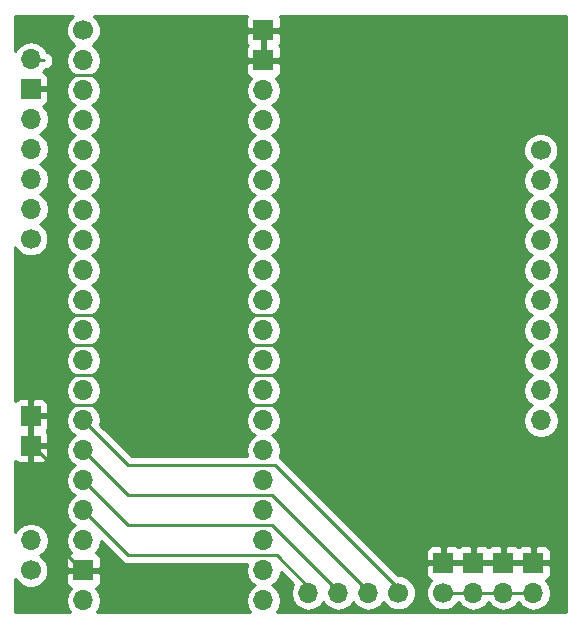
<source format=gbl>
G04 #@! TF.FileFunction,Copper,L2,Bot,Signal*
%FSLAX46Y46*%
G04 Gerber Fmt 4.6, Leading zero omitted, Abs format (unit mm)*
G04 Created by KiCad (PCBNEW 4.0.7) date 12/25/17 13:45:12*
%MOMM*%
%LPD*%
G01*
G04 APERTURE LIST*
%ADD10C,0.100000*%
%ADD11C,1.700000*%
%ADD12R,1.700000X1.700000*%
%ADD13O,1.700000X1.700000*%
%ADD14C,0.600000*%
%ADD15C,0.250000*%
%ADD16C,0.254000*%
G04 APERTURE END LIST*
D10*
D11*
X148590000Y-151765000D03*
D12*
X148590000Y-149225000D03*
D13*
X151130000Y-151765000D03*
D12*
X151130000Y-149225000D03*
D13*
X153670000Y-151765000D03*
D12*
X153670000Y-149225000D03*
D13*
X156210000Y-151765000D03*
D12*
X156210000Y-149225000D03*
D11*
X156845000Y-114300000D03*
D13*
X156845000Y-116840000D03*
X156845000Y-119380000D03*
X156845000Y-121920000D03*
X156845000Y-124460000D03*
X156845000Y-127000000D03*
X156845000Y-129540000D03*
X156845000Y-132080000D03*
X156845000Y-134620000D03*
X156845000Y-137160000D03*
X118110000Y-152400000D03*
D12*
X118110000Y-149860000D03*
D13*
X118110000Y-147320000D03*
X118110000Y-144780000D03*
X118110000Y-142240000D03*
X118110000Y-139700000D03*
X118110000Y-137160000D03*
X118110000Y-134620000D03*
X118110000Y-132080000D03*
X118110000Y-129540000D03*
X118110000Y-127000000D03*
X118110000Y-124460000D03*
X118110000Y-121920000D03*
X118110000Y-119380000D03*
X118110000Y-116840000D03*
X118110000Y-114300000D03*
X118110000Y-111760000D03*
X118110000Y-109220000D03*
X118110000Y-106680000D03*
D11*
X118110000Y-104140000D03*
D12*
X133350000Y-104140000D03*
X133350000Y-106680000D03*
D13*
X133350000Y-109220000D03*
X133350000Y-111760000D03*
X133350000Y-114300000D03*
X133350000Y-116840000D03*
X133350000Y-119380000D03*
X133350000Y-121920000D03*
X133350000Y-124460000D03*
X133350000Y-127000000D03*
X133350000Y-129540000D03*
X133350000Y-132080000D03*
X133350000Y-134620000D03*
X133350000Y-137160000D03*
X133350000Y-139700000D03*
X133350000Y-142240000D03*
X133350000Y-144780000D03*
X133350000Y-147320000D03*
X133350000Y-149860000D03*
X133350000Y-152400000D03*
D11*
X113665000Y-121793000D03*
D13*
X113665000Y-119253000D03*
X113665000Y-116713000D03*
X113665000Y-114173000D03*
X113665000Y-111633000D03*
D12*
X113665000Y-109093000D03*
D13*
X113665000Y-106553000D03*
D12*
X113665000Y-139319000D03*
X113665000Y-136779000D03*
D11*
X113665000Y-149860000D03*
D13*
X113665000Y-147320000D03*
D11*
X144780000Y-151765000D03*
D13*
X142240000Y-151765000D03*
X139700000Y-151765000D03*
X137160000Y-151765000D03*
D14*
X145415000Y-111760000D03*
X145415000Y-115570000D03*
X145415000Y-119380000D03*
X145415000Y-123190000D03*
X145415000Y-127000000D03*
X145415000Y-130810000D03*
X145415000Y-134620000D03*
X145415000Y-138430000D03*
X145415000Y-142240000D03*
X145415000Y-146050000D03*
D15*
X116586000Y-130810000D02*
X116586000Y-128397000D01*
X116459000Y-133985000D02*
X117094000Y-133350000D01*
X117094000Y-133350000D02*
X135128000Y-133350000D01*
X135128000Y-133350000D02*
X135001000Y-133223000D01*
X135001000Y-133223000D02*
X135001000Y-130810000D01*
X135001000Y-130810000D02*
X116586000Y-130810000D01*
X116459000Y-136017000D02*
X116459000Y-133985000D01*
X116713000Y-128270000D02*
X135001000Y-128270000D01*
X116586000Y-128397000D02*
X116713000Y-128270000D01*
X113665000Y-136779000D02*
X115697000Y-136779000D01*
X145288000Y-135890000D02*
X145415000Y-135763000D01*
X116586000Y-135890000D02*
X145288000Y-135890000D01*
X115697000Y-136779000D02*
X116459000Y-136017000D01*
X116459000Y-136017000D02*
X116586000Y-135890000D01*
X133350000Y-104140000D02*
X129667000Y-104140000D01*
X115570000Y-109093000D02*
X113665000Y-109093000D01*
X116713000Y-107950000D02*
X115570000Y-109093000D01*
X125857000Y-107950000D02*
X116713000Y-107950000D01*
X129667000Y-104140000D02*
X125857000Y-107950000D01*
X115951000Y-141478000D02*
X115951000Y-147447000D01*
X113665000Y-139192000D02*
X115951000Y-141478000D01*
X117983000Y-149860000D02*
X115951000Y-147828000D01*
X115951000Y-147447000D02*
X115951000Y-147701000D01*
X115951000Y-147828000D02*
X115951000Y-147447000D01*
X118110000Y-149860000D02*
X117983000Y-149860000D01*
X113665000Y-136652000D02*
X113665000Y-139192000D01*
X133350000Y-106680000D02*
X133350000Y-105410000D01*
X133350000Y-105410000D02*
X133350000Y-104140000D01*
X145415000Y-111760000D02*
X145415000Y-111125000D01*
X140970000Y-106680000D02*
X133350000Y-106680000D01*
X145415000Y-111125000D02*
X140970000Y-106680000D01*
X145415000Y-115570000D02*
X145415000Y-111760000D01*
X145415000Y-119380000D02*
X145415000Y-115570000D01*
X145415000Y-123190000D02*
X145415000Y-119380000D01*
X145415000Y-127000000D02*
X145415000Y-123190000D01*
X145415000Y-130810000D02*
X145415000Y-127000000D01*
X145415000Y-134620000D02*
X145415000Y-130810000D01*
X145415000Y-138430000D02*
X145415000Y-135763000D01*
X145415000Y-135763000D02*
X145415000Y-134620000D01*
X145415000Y-142240000D02*
X145415000Y-138430000D01*
X145415000Y-146050000D02*
X145415000Y-142240000D01*
X156210000Y-151765000D02*
X153670000Y-151765000D01*
X153670000Y-151765000D02*
X148590000Y-151765000D01*
X113665000Y-106680000D02*
X114808000Y-106680000D01*
X137160000Y-151765000D02*
X137160000Y-151257000D01*
X137160000Y-151257000D02*
X134493000Y-148590000D01*
X134493000Y-148590000D02*
X121920000Y-148590000D01*
X121920000Y-148590000D02*
X118110000Y-144780000D01*
X139700000Y-151765000D02*
X139700000Y-151638000D01*
X139700000Y-151638000D02*
X134112000Y-146050000D01*
X121920000Y-146050000D02*
X118110000Y-142240000D01*
X134112000Y-146050000D02*
X121920000Y-146050000D01*
X139700000Y-151765000D02*
X139319000Y-151765000D01*
X142240000Y-151765000D02*
X142240000Y-151638000D01*
X142240000Y-151638000D02*
X134112000Y-143510000D01*
X134112000Y-143510000D02*
X121920000Y-143510000D01*
X121920000Y-143510000D02*
X118110000Y-139700000D01*
X144780000Y-151765000D02*
X144780000Y-151384000D01*
X144780000Y-151384000D02*
X134366000Y-140970000D01*
X134366000Y-140970000D02*
X121920000Y-140970000D01*
X121920000Y-140970000D02*
X118110000Y-137160000D01*
D16*
G36*
X116851812Y-103297717D02*
X116625258Y-103843319D01*
X116624743Y-104434089D01*
X116850344Y-104980086D01*
X117267717Y-105398188D01*
X117335550Y-105426355D01*
X117030853Y-105629946D01*
X116708946Y-106111715D01*
X116595907Y-106680000D01*
X116708946Y-107248285D01*
X117030853Y-107730054D01*
X117360026Y-107950000D01*
X117030853Y-108169946D01*
X116708946Y-108651715D01*
X116595907Y-109220000D01*
X116708946Y-109788285D01*
X117030853Y-110270054D01*
X117360026Y-110490000D01*
X117030853Y-110709946D01*
X116708946Y-111191715D01*
X116595907Y-111760000D01*
X116708946Y-112328285D01*
X117030853Y-112810054D01*
X117360026Y-113030000D01*
X117030853Y-113249946D01*
X116708946Y-113731715D01*
X116595907Y-114300000D01*
X116708946Y-114868285D01*
X117030853Y-115350054D01*
X117360026Y-115570000D01*
X117030853Y-115789946D01*
X116708946Y-116271715D01*
X116595907Y-116840000D01*
X116708946Y-117408285D01*
X117030853Y-117890054D01*
X117360026Y-118110000D01*
X117030853Y-118329946D01*
X116708946Y-118811715D01*
X116595907Y-119380000D01*
X116708946Y-119948285D01*
X117030853Y-120430054D01*
X117360026Y-120650000D01*
X117030853Y-120869946D01*
X116708946Y-121351715D01*
X116595907Y-121920000D01*
X116708946Y-122488285D01*
X117030853Y-122970054D01*
X117360026Y-123190000D01*
X117030853Y-123409946D01*
X116708946Y-123891715D01*
X116595907Y-124460000D01*
X116708946Y-125028285D01*
X117030853Y-125510054D01*
X117360026Y-125730000D01*
X117030853Y-125949946D01*
X116708946Y-126431715D01*
X116595907Y-127000000D01*
X116708946Y-127568285D01*
X117030853Y-128050054D01*
X117360026Y-128270000D01*
X117030853Y-128489946D01*
X116708946Y-128971715D01*
X116595907Y-129540000D01*
X116708946Y-130108285D01*
X117030853Y-130590054D01*
X117360026Y-130810000D01*
X117030853Y-131029946D01*
X116708946Y-131511715D01*
X116595907Y-132080000D01*
X116708946Y-132648285D01*
X117030853Y-133130054D01*
X117360026Y-133350000D01*
X117030853Y-133569946D01*
X116708946Y-134051715D01*
X116595907Y-134620000D01*
X116708946Y-135188285D01*
X117030853Y-135670054D01*
X117360026Y-135890000D01*
X117030853Y-136109946D01*
X116708946Y-136591715D01*
X116595907Y-137160000D01*
X116708946Y-137728285D01*
X117030853Y-138210054D01*
X117360026Y-138430000D01*
X117030853Y-138649946D01*
X116708946Y-139131715D01*
X116595907Y-139700000D01*
X116708946Y-140268285D01*
X117030853Y-140750054D01*
X117360026Y-140970000D01*
X117030853Y-141189946D01*
X116708946Y-141671715D01*
X116595907Y-142240000D01*
X116708946Y-142808285D01*
X117030853Y-143290054D01*
X117360026Y-143510000D01*
X117030853Y-143729946D01*
X116708946Y-144211715D01*
X116595907Y-144780000D01*
X116708946Y-145348285D01*
X117030853Y-145830054D01*
X117360026Y-146050000D01*
X117030853Y-146269946D01*
X116708946Y-146751715D01*
X116595907Y-147320000D01*
X116708946Y-147888285D01*
X117030853Y-148370054D01*
X117074777Y-148399403D01*
X116900302Y-148471673D01*
X116721673Y-148650301D01*
X116625000Y-148883690D01*
X116625000Y-149574250D01*
X116783750Y-149733000D01*
X117983000Y-149733000D01*
X117983000Y-149713000D01*
X118237000Y-149713000D01*
X118237000Y-149733000D01*
X119436250Y-149733000D01*
X119595000Y-149574250D01*
X119595000Y-148883690D01*
X119498327Y-148650301D01*
X119319698Y-148471673D01*
X119145223Y-148399403D01*
X119189147Y-148370054D01*
X119511054Y-147888285D01*
X119615981Y-147360783D01*
X121382599Y-149127401D01*
X121629161Y-149292148D01*
X121920000Y-149350000D01*
X131937352Y-149350000D01*
X131835907Y-149860000D01*
X131948946Y-150428285D01*
X132270853Y-150910054D01*
X132600026Y-151130000D01*
X132270853Y-151349946D01*
X131948946Y-151831715D01*
X131835907Y-152400000D01*
X131948946Y-152968285D01*
X132197986Y-153341000D01*
X119262014Y-153341000D01*
X119511054Y-152968285D01*
X119624093Y-152400000D01*
X119511054Y-151831715D01*
X119189147Y-151349946D01*
X119145223Y-151320597D01*
X119319698Y-151248327D01*
X119498327Y-151069699D01*
X119595000Y-150836310D01*
X119595000Y-150145750D01*
X119436250Y-149987000D01*
X118237000Y-149987000D01*
X118237000Y-150007000D01*
X117983000Y-150007000D01*
X117983000Y-149987000D01*
X116783750Y-149987000D01*
X116625000Y-150145750D01*
X116625000Y-150836310D01*
X116721673Y-151069699D01*
X116900302Y-151248327D01*
X117074777Y-151320597D01*
X117030853Y-151349946D01*
X116708946Y-151831715D01*
X116595907Y-152400000D01*
X116708946Y-152968285D01*
X116957986Y-153341000D01*
X112343000Y-153341000D01*
X112343000Y-150549202D01*
X112405344Y-150700086D01*
X112822717Y-151118188D01*
X113368319Y-151344742D01*
X113959089Y-151345257D01*
X114505086Y-151119656D01*
X114923188Y-150702283D01*
X115149742Y-150156681D01*
X115150257Y-149565911D01*
X114924656Y-149019914D01*
X114507283Y-148601812D01*
X114439450Y-148573645D01*
X114744147Y-148370054D01*
X115066054Y-147888285D01*
X115179093Y-147320000D01*
X115066054Y-146751715D01*
X114744147Y-146269946D01*
X114262378Y-145948039D01*
X113694093Y-145835000D01*
X113635907Y-145835000D01*
X113067622Y-145948039D01*
X112585853Y-146269946D01*
X112343000Y-146633402D01*
X112343000Y-140595026D01*
X112455302Y-140707327D01*
X112688691Y-140804000D01*
X113379250Y-140804000D01*
X113538000Y-140645250D01*
X113538000Y-139446000D01*
X113792000Y-139446000D01*
X113792000Y-140645250D01*
X113950750Y-140804000D01*
X114641309Y-140804000D01*
X114874698Y-140707327D01*
X115053327Y-140528699D01*
X115150000Y-140295310D01*
X115150000Y-139604750D01*
X114991250Y-139446000D01*
X113792000Y-139446000D01*
X113538000Y-139446000D01*
X113518000Y-139446000D01*
X113518000Y-139192000D01*
X113538000Y-139192000D01*
X113538000Y-136906000D01*
X113792000Y-136906000D01*
X113792000Y-139192000D01*
X114991250Y-139192000D01*
X115150000Y-139033250D01*
X115150000Y-138342690D01*
X115053327Y-138109301D01*
X114993026Y-138049000D01*
X115053327Y-137988699D01*
X115150000Y-137755310D01*
X115150000Y-137064750D01*
X114991250Y-136906000D01*
X113792000Y-136906000D01*
X113538000Y-136906000D01*
X113518000Y-136906000D01*
X113518000Y-136652000D01*
X113538000Y-136652000D01*
X113538000Y-135452750D01*
X113792000Y-135452750D01*
X113792000Y-136652000D01*
X114991250Y-136652000D01*
X115150000Y-136493250D01*
X115150000Y-135802690D01*
X115053327Y-135569301D01*
X114874698Y-135390673D01*
X114641309Y-135294000D01*
X113950750Y-135294000D01*
X113792000Y-135452750D01*
X113538000Y-135452750D01*
X113379250Y-135294000D01*
X112688691Y-135294000D01*
X112455302Y-135390673D01*
X112343000Y-135502974D01*
X112343000Y-122482202D01*
X112405344Y-122633086D01*
X112822717Y-123051188D01*
X113368319Y-123277742D01*
X113959089Y-123278257D01*
X114505086Y-123052656D01*
X114923188Y-122635283D01*
X115149742Y-122089681D01*
X115150257Y-121498911D01*
X114924656Y-120952914D01*
X114507283Y-120534812D01*
X114439450Y-120506645D01*
X114744147Y-120303054D01*
X115066054Y-119821285D01*
X115179093Y-119253000D01*
X115066054Y-118684715D01*
X114744147Y-118202946D01*
X114414974Y-117983000D01*
X114744147Y-117763054D01*
X115066054Y-117281285D01*
X115179093Y-116713000D01*
X115066054Y-116144715D01*
X114744147Y-115662946D01*
X114414974Y-115443000D01*
X114744147Y-115223054D01*
X115066054Y-114741285D01*
X115179093Y-114173000D01*
X115066054Y-113604715D01*
X114744147Y-113122946D01*
X114414974Y-112903000D01*
X114744147Y-112683054D01*
X115066054Y-112201285D01*
X115179093Y-111633000D01*
X115066054Y-111064715D01*
X114744147Y-110582946D01*
X114700223Y-110553597D01*
X114874698Y-110481327D01*
X115053327Y-110302699D01*
X115150000Y-110069310D01*
X115150000Y-109378750D01*
X114991250Y-109220000D01*
X113792000Y-109220000D01*
X113792000Y-109240000D01*
X113538000Y-109240000D01*
X113538000Y-109220000D01*
X113518000Y-109220000D01*
X113518000Y-108966000D01*
X113538000Y-108966000D01*
X113538000Y-108946000D01*
X113792000Y-108946000D01*
X113792000Y-108966000D01*
X114991250Y-108966000D01*
X115150000Y-108807250D01*
X115150000Y-108116690D01*
X115053327Y-107883301D01*
X114874698Y-107704673D01*
X114700223Y-107632403D01*
X114744147Y-107603054D01*
X114860008Y-107429655D01*
X115098839Y-107382148D01*
X115345401Y-107217401D01*
X115510148Y-106970839D01*
X115568000Y-106680000D01*
X115510148Y-106389161D01*
X115345401Y-106142599D01*
X115098839Y-105977852D01*
X115055740Y-105969279D01*
X114744147Y-105502946D01*
X114262378Y-105181039D01*
X113694093Y-105068000D01*
X113635907Y-105068000D01*
X113067622Y-105181039D01*
X112585853Y-105502946D01*
X112343000Y-105866402D01*
X112343000Y-102945000D01*
X117205145Y-102945000D01*
X116851812Y-103297717D01*
X116851812Y-103297717D01*
G37*
X116851812Y-103297717D02*
X116625258Y-103843319D01*
X116624743Y-104434089D01*
X116850344Y-104980086D01*
X117267717Y-105398188D01*
X117335550Y-105426355D01*
X117030853Y-105629946D01*
X116708946Y-106111715D01*
X116595907Y-106680000D01*
X116708946Y-107248285D01*
X117030853Y-107730054D01*
X117360026Y-107950000D01*
X117030853Y-108169946D01*
X116708946Y-108651715D01*
X116595907Y-109220000D01*
X116708946Y-109788285D01*
X117030853Y-110270054D01*
X117360026Y-110490000D01*
X117030853Y-110709946D01*
X116708946Y-111191715D01*
X116595907Y-111760000D01*
X116708946Y-112328285D01*
X117030853Y-112810054D01*
X117360026Y-113030000D01*
X117030853Y-113249946D01*
X116708946Y-113731715D01*
X116595907Y-114300000D01*
X116708946Y-114868285D01*
X117030853Y-115350054D01*
X117360026Y-115570000D01*
X117030853Y-115789946D01*
X116708946Y-116271715D01*
X116595907Y-116840000D01*
X116708946Y-117408285D01*
X117030853Y-117890054D01*
X117360026Y-118110000D01*
X117030853Y-118329946D01*
X116708946Y-118811715D01*
X116595907Y-119380000D01*
X116708946Y-119948285D01*
X117030853Y-120430054D01*
X117360026Y-120650000D01*
X117030853Y-120869946D01*
X116708946Y-121351715D01*
X116595907Y-121920000D01*
X116708946Y-122488285D01*
X117030853Y-122970054D01*
X117360026Y-123190000D01*
X117030853Y-123409946D01*
X116708946Y-123891715D01*
X116595907Y-124460000D01*
X116708946Y-125028285D01*
X117030853Y-125510054D01*
X117360026Y-125730000D01*
X117030853Y-125949946D01*
X116708946Y-126431715D01*
X116595907Y-127000000D01*
X116708946Y-127568285D01*
X117030853Y-128050054D01*
X117360026Y-128270000D01*
X117030853Y-128489946D01*
X116708946Y-128971715D01*
X116595907Y-129540000D01*
X116708946Y-130108285D01*
X117030853Y-130590054D01*
X117360026Y-130810000D01*
X117030853Y-131029946D01*
X116708946Y-131511715D01*
X116595907Y-132080000D01*
X116708946Y-132648285D01*
X117030853Y-133130054D01*
X117360026Y-133350000D01*
X117030853Y-133569946D01*
X116708946Y-134051715D01*
X116595907Y-134620000D01*
X116708946Y-135188285D01*
X117030853Y-135670054D01*
X117360026Y-135890000D01*
X117030853Y-136109946D01*
X116708946Y-136591715D01*
X116595907Y-137160000D01*
X116708946Y-137728285D01*
X117030853Y-138210054D01*
X117360026Y-138430000D01*
X117030853Y-138649946D01*
X116708946Y-139131715D01*
X116595907Y-139700000D01*
X116708946Y-140268285D01*
X117030853Y-140750054D01*
X117360026Y-140970000D01*
X117030853Y-141189946D01*
X116708946Y-141671715D01*
X116595907Y-142240000D01*
X116708946Y-142808285D01*
X117030853Y-143290054D01*
X117360026Y-143510000D01*
X117030853Y-143729946D01*
X116708946Y-144211715D01*
X116595907Y-144780000D01*
X116708946Y-145348285D01*
X117030853Y-145830054D01*
X117360026Y-146050000D01*
X117030853Y-146269946D01*
X116708946Y-146751715D01*
X116595907Y-147320000D01*
X116708946Y-147888285D01*
X117030853Y-148370054D01*
X117074777Y-148399403D01*
X116900302Y-148471673D01*
X116721673Y-148650301D01*
X116625000Y-148883690D01*
X116625000Y-149574250D01*
X116783750Y-149733000D01*
X117983000Y-149733000D01*
X117983000Y-149713000D01*
X118237000Y-149713000D01*
X118237000Y-149733000D01*
X119436250Y-149733000D01*
X119595000Y-149574250D01*
X119595000Y-148883690D01*
X119498327Y-148650301D01*
X119319698Y-148471673D01*
X119145223Y-148399403D01*
X119189147Y-148370054D01*
X119511054Y-147888285D01*
X119615981Y-147360783D01*
X121382599Y-149127401D01*
X121629161Y-149292148D01*
X121920000Y-149350000D01*
X131937352Y-149350000D01*
X131835907Y-149860000D01*
X131948946Y-150428285D01*
X132270853Y-150910054D01*
X132600026Y-151130000D01*
X132270853Y-151349946D01*
X131948946Y-151831715D01*
X131835907Y-152400000D01*
X131948946Y-152968285D01*
X132197986Y-153341000D01*
X119262014Y-153341000D01*
X119511054Y-152968285D01*
X119624093Y-152400000D01*
X119511054Y-151831715D01*
X119189147Y-151349946D01*
X119145223Y-151320597D01*
X119319698Y-151248327D01*
X119498327Y-151069699D01*
X119595000Y-150836310D01*
X119595000Y-150145750D01*
X119436250Y-149987000D01*
X118237000Y-149987000D01*
X118237000Y-150007000D01*
X117983000Y-150007000D01*
X117983000Y-149987000D01*
X116783750Y-149987000D01*
X116625000Y-150145750D01*
X116625000Y-150836310D01*
X116721673Y-151069699D01*
X116900302Y-151248327D01*
X117074777Y-151320597D01*
X117030853Y-151349946D01*
X116708946Y-151831715D01*
X116595907Y-152400000D01*
X116708946Y-152968285D01*
X116957986Y-153341000D01*
X112343000Y-153341000D01*
X112343000Y-150549202D01*
X112405344Y-150700086D01*
X112822717Y-151118188D01*
X113368319Y-151344742D01*
X113959089Y-151345257D01*
X114505086Y-151119656D01*
X114923188Y-150702283D01*
X115149742Y-150156681D01*
X115150257Y-149565911D01*
X114924656Y-149019914D01*
X114507283Y-148601812D01*
X114439450Y-148573645D01*
X114744147Y-148370054D01*
X115066054Y-147888285D01*
X115179093Y-147320000D01*
X115066054Y-146751715D01*
X114744147Y-146269946D01*
X114262378Y-145948039D01*
X113694093Y-145835000D01*
X113635907Y-145835000D01*
X113067622Y-145948039D01*
X112585853Y-146269946D01*
X112343000Y-146633402D01*
X112343000Y-140595026D01*
X112455302Y-140707327D01*
X112688691Y-140804000D01*
X113379250Y-140804000D01*
X113538000Y-140645250D01*
X113538000Y-139446000D01*
X113792000Y-139446000D01*
X113792000Y-140645250D01*
X113950750Y-140804000D01*
X114641309Y-140804000D01*
X114874698Y-140707327D01*
X115053327Y-140528699D01*
X115150000Y-140295310D01*
X115150000Y-139604750D01*
X114991250Y-139446000D01*
X113792000Y-139446000D01*
X113538000Y-139446000D01*
X113518000Y-139446000D01*
X113518000Y-139192000D01*
X113538000Y-139192000D01*
X113538000Y-136906000D01*
X113792000Y-136906000D01*
X113792000Y-139192000D01*
X114991250Y-139192000D01*
X115150000Y-139033250D01*
X115150000Y-138342690D01*
X115053327Y-138109301D01*
X114993026Y-138049000D01*
X115053327Y-137988699D01*
X115150000Y-137755310D01*
X115150000Y-137064750D01*
X114991250Y-136906000D01*
X113792000Y-136906000D01*
X113538000Y-136906000D01*
X113518000Y-136906000D01*
X113518000Y-136652000D01*
X113538000Y-136652000D01*
X113538000Y-135452750D01*
X113792000Y-135452750D01*
X113792000Y-136652000D01*
X114991250Y-136652000D01*
X115150000Y-136493250D01*
X115150000Y-135802690D01*
X115053327Y-135569301D01*
X114874698Y-135390673D01*
X114641309Y-135294000D01*
X113950750Y-135294000D01*
X113792000Y-135452750D01*
X113538000Y-135452750D01*
X113379250Y-135294000D01*
X112688691Y-135294000D01*
X112455302Y-135390673D01*
X112343000Y-135502974D01*
X112343000Y-122482202D01*
X112405344Y-122633086D01*
X112822717Y-123051188D01*
X113368319Y-123277742D01*
X113959089Y-123278257D01*
X114505086Y-123052656D01*
X114923188Y-122635283D01*
X115149742Y-122089681D01*
X115150257Y-121498911D01*
X114924656Y-120952914D01*
X114507283Y-120534812D01*
X114439450Y-120506645D01*
X114744147Y-120303054D01*
X115066054Y-119821285D01*
X115179093Y-119253000D01*
X115066054Y-118684715D01*
X114744147Y-118202946D01*
X114414974Y-117983000D01*
X114744147Y-117763054D01*
X115066054Y-117281285D01*
X115179093Y-116713000D01*
X115066054Y-116144715D01*
X114744147Y-115662946D01*
X114414974Y-115443000D01*
X114744147Y-115223054D01*
X115066054Y-114741285D01*
X115179093Y-114173000D01*
X115066054Y-113604715D01*
X114744147Y-113122946D01*
X114414974Y-112903000D01*
X114744147Y-112683054D01*
X115066054Y-112201285D01*
X115179093Y-111633000D01*
X115066054Y-111064715D01*
X114744147Y-110582946D01*
X114700223Y-110553597D01*
X114874698Y-110481327D01*
X115053327Y-110302699D01*
X115150000Y-110069310D01*
X115150000Y-109378750D01*
X114991250Y-109220000D01*
X113792000Y-109220000D01*
X113792000Y-109240000D01*
X113538000Y-109240000D01*
X113538000Y-109220000D01*
X113518000Y-109220000D01*
X113518000Y-108966000D01*
X113538000Y-108966000D01*
X113538000Y-108946000D01*
X113792000Y-108946000D01*
X113792000Y-108966000D01*
X114991250Y-108966000D01*
X115150000Y-108807250D01*
X115150000Y-108116690D01*
X115053327Y-107883301D01*
X114874698Y-107704673D01*
X114700223Y-107632403D01*
X114744147Y-107603054D01*
X114860008Y-107429655D01*
X115098839Y-107382148D01*
X115345401Y-107217401D01*
X115510148Y-106970839D01*
X115568000Y-106680000D01*
X115510148Y-106389161D01*
X115345401Y-106142599D01*
X115098839Y-105977852D01*
X115055740Y-105969279D01*
X114744147Y-105502946D01*
X114262378Y-105181039D01*
X113694093Y-105068000D01*
X113635907Y-105068000D01*
X113067622Y-105181039D01*
X112585853Y-105502946D01*
X112343000Y-105866402D01*
X112343000Y-102945000D01*
X117205145Y-102945000D01*
X116851812Y-103297717D01*
G36*
X131865000Y-103163690D02*
X131865000Y-103854250D01*
X132023750Y-104013000D01*
X133223000Y-104013000D01*
X133223000Y-103993000D01*
X133477000Y-103993000D01*
X133477000Y-104013000D01*
X134676250Y-104013000D01*
X134835000Y-103854250D01*
X134835000Y-103163690D01*
X134744416Y-102945000D01*
X158929000Y-102945000D01*
X158929000Y-153341000D01*
X134502014Y-153341000D01*
X134751054Y-152968285D01*
X134864093Y-152400000D01*
X134751054Y-151831715D01*
X134429147Y-151349946D01*
X134099974Y-151130000D01*
X134429147Y-150910054D01*
X134751054Y-150428285D01*
X134834910Y-150006712D01*
X135871264Y-151043066D01*
X135788039Y-151167622D01*
X135675000Y-151735907D01*
X135675000Y-151794093D01*
X135788039Y-152362378D01*
X136109946Y-152844147D01*
X136591715Y-153166054D01*
X137160000Y-153279093D01*
X137728285Y-153166054D01*
X138210054Y-152844147D01*
X138430000Y-152514974D01*
X138649946Y-152844147D01*
X139131715Y-153166054D01*
X139700000Y-153279093D01*
X140268285Y-153166054D01*
X140750054Y-152844147D01*
X140970000Y-152514974D01*
X141189946Y-152844147D01*
X141671715Y-153166054D01*
X142240000Y-153279093D01*
X142808285Y-153166054D01*
X143290054Y-152844147D01*
X143493385Y-152539840D01*
X143520344Y-152605086D01*
X143937717Y-153023188D01*
X144483319Y-153249742D01*
X145074089Y-153250257D01*
X145620086Y-153024656D01*
X146038188Y-152607283D01*
X146264742Y-152061681D01*
X146264744Y-152059089D01*
X147104743Y-152059089D01*
X147330344Y-152605086D01*
X147747717Y-153023188D01*
X148293319Y-153249742D01*
X148884089Y-153250257D01*
X149430086Y-153024656D01*
X149848188Y-152607283D01*
X149876355Y-152539450D01*
X150079946Y-152844147D01*
X150561715Y-153166054D01*
X151130000Y-153279093D01*
X151698285Y-153166054D01*
X152180054Y-152844147D01*
X152393301Y-152525000D01*
X152406699Y-152525000D01*
X152619946Y-152844147D01*
X153101715Y-153166054D01*
X153670000Y-153279093D01*
X154238285Y-153166054D01*
X154720054Y-152844147D01*
X154933301Y-152525000D01*
X154946699Y-152525000D01*
X155159946Y-152844147D01*
X155641715Y-153166054D01*
X156210000Y-153279093D01*
X156778285Y-153166054D01*
X157260054Y-152844147D01*
X157581961Y-152362378D01*
X157695000Y-151794093D01*
X157695000Y-151735907D01*
X157581961Y-151167622D01*
X157260054Y-150685853D01*
X157254142Y-150681903D01*
X157419699Y-150613327D01*
X157598327Y-150434698D01*
X157695000Y-150201309D01*
X157695000Y-149510750D01*
X157536250Y-149352000D01*
X156337000Y-149352000D01*
X156337000Y-149372000D01*
X156083000Y-149372000D01*
X156083000Y-149352000D01*
X153797000Y-149352000D01*
X153797000Y-149372000D01*
X153543000Y-149372000D01*
X153543000Y-149352000D01*
X151257000Y-149352000D01*
X151257000Y-149372000D01*
X151003000Y-149372000D01*
X151003000Y-149352000D01*
X148717000Y-149352000D01*
X148717000Y-149372000D01*
X148463000Y-149372000D01*
X148463000Y-149352000D01*
X147263750Y-149352000D01*
X147105000Y-149510750D01*
X147105000Y-150201309D01*
X147201673Y-150434698D01*
X147380301Y-150613327D01*
X147565073Y-150689862D01*
X147331812Y-150922717D01*
X147105258Y-151468319D01*
X147104743Y-152059089D01*
X146264744Y-152059089D01*
X146265257Y-151470911D01*
X146039656Y-150924914D01*
X145622283Y-150506812D01*
X145076681Y-150280258D01*
X144750776Y-150279974D01*
X142719493Y-148248691D01*
X147105000Y-148248691D01*
X147105000Y-148939250D01*
X147263750Y-149098000D01*
X148463000Y-149098000D01*
X148463000Y-147898750D01*
X148717000Y-147898750D01*
X148717000Y-149098000D01*
X151003000Y-149098000D01*
X151003000Y-147898750D01*
X151257000Y-147898750D01*
X151257000Y-149098000D01*
X153543000Y-149098000D01*
X153543000Y-147898750D01*
X153797000Y-147898750D01*
X153797000Y-149098000D01*
X156083000Y-149098000D01*
X156083000Y-147898750D01*
X156337000Y-147898750D01*
X156337000Y-149098000D01*
X157536250Y-149098000D01*
X157695000Y-148939250D01*
X157695000Y-148248691D01*
X157598327Y-148015302D01*
X157419699Y-147836673D01*
X157186310Y-147740000D01*
X156495750Y-147740000D01*
X156337000Y-147898750D01*
X156083000Y-147898750D01*
X155924250Y-147740000D01*
X155233690Y-147740000D01*
X155000301Y-147836673D01*
X154940000Y-147896974D01*
X154879699Y-147836673D01*
X154646310Y-147740000D01*
X153955750Y-147740000D01*
X153797000Y-147898750D01*
X153543000Y-147898750D01*
X153384250Y-147740000D01*
X152693690Y-147740000D01*
X152460301Y-147836673D01*
X152400000Y-147896974D01*
X152339699Y-147836673D01*
X152106310Y-147740000D01*
X151415750Y-147740000D01*
X151257000Y-147898750D01*
X151003000Y-147898750D01*
X150844250Y-147740000D01*
X150153690Y-147740000D01*
X149920301Y-147836673D01*
X149860000Y-147896974D01*
X149799699Y-147836673D01*
X149566310Y-147740000D01*
X148875750Y-147740000D01*
X148717000Y-147898750D01*
X148463000Y-147898750D01*
X148304250Y-147740000D01*
X147613690Y-147740000D01*
X147380301Y-147836673D01*
X147201673Y-148015302D01*
X147105000Y-148248691D01*
X142719493Y-148248691D01*
X134903401Y-140432599D01*
X134722174Y-140311507D01*
X134751054Y-140268285D01*
X134864093Y-139700000D01*
X134751054Y-139131715D01*
X134429147Y-138649946D01*
X134099974Y-138430000D01*
X134429147Y-138210054D01*
X134751054Y-137728285D01*
X134864093Y-137160000D01*
X134751054Y-136591715D01*
X134429147Y-136109946D01*
X134099974Y-135890000D01*
X134429147Y-135670054D01*
X134751054Y-135188285D01*
X134864093Y-134620000D01*
X134751054Y-134051715D01*
X134429147Y-133569946D01*
X134099974Y-133350000D01*
X134429147Y-133130054D01*
X134751054Y-132648285D01*
X134864093Y-132080000D01*
X134751054Y-131511715D01*
X134429147Y-131029946D01*
X134099974Y-130810000D01*
X134429147Y-130590054D01*
X134751054Y-130108285D01*
X134864093Y-129540000D01*
X134751054Y-128971715D01*
X134429147Y-128489946D01*
X134099974Y-128270000D01*
X134429147Y-128050054D01*
X134751054Y-127568285D01*
X134864093Y-127000000D01*
X134751054Y-126431715D01*
X134429147Y-125949946D01*
X134099974Y-125730000D01*
X134429147Y-125510054D01*
X134751054Y-125028285D01*
X134864093Y-124460000D01*
X134751054Y-123891715D01*
X134429147Y-123409946D01*
X134099974Y-123190000D01*
X134429147Y-122970054D01*
X134751054Y-122488285D01*
X134864093Y-121920000D01*
X134751054Y-121351715D01*
X134429147Y-120869946D01*
X134099974Y-120650000D01*
X134429147Y-120430054D01*
X134751054Y-119948285D01*
X134864093Y-119380000D01*
X134751054Y-118811715D01*
X134429147Y-118329946D01*
X134099974Y-118110000D01*
X134429147Y-117890054D01*
X134751054Y-117408285D01*
X134864093Y-116840000D01*
X155330907Y-116840000D01*
X155443946Y-117408285D01*
X155765853Y-117890054D01*
X156095026Y-118110000D01*
X155765853Y-118329946D01*
X155443946Y-118811715D01*
X155330907Y-119380000D01*
X155443946Y-119948285D01*
X155765853Y-120430054D01*
X156095026Y-120650000D01*
X155765853Y-120869946D01*
X155443946Y-121351715D01*
X155330907Y-121920000D01*
X155443946Y-122488285D01*
X155765853Y-122970054D01*
X156095026Y-123190000D01*
X155765853Y-123409946D01*
X155443946Y-123891715D01*
X155330907Y-124460000D01*
X155443946Y-125028285D01*
X155765853Y-125510054D01*
X156095026Y-125730000D01*
X155765853Y-125949946D01*
X155443946Y-126431715D01*
X155330907Y-127000000D01*
X155443946Y-127568285D01*
X155765853Y-128050054D01*
X156095026Y-128270000D01*
X155765853Y-128489946D01*
X155443946Y-128971715D01*
X155330907Y-129540000D01*
X155443946Y-130108285D01*
X155765853Y-130590054D01*
X156095026Y-130810000D01*
X155765853Y-131029946D01*
X155443946Y-131511715D01*
X155330907Y-132080000D01*
X155443946Y-132648285D01*
X155765853Y-133130054D01*
X156095026Y-133350000D01*
X155765853Y-133569946D01*
X155443946Y-134051715D01*
X155330907Y-134620000D01*
X155443946Y-135188285D01*
X155765853Y-135670054D01*
X156095026Y-135890000D01*
X155765853Y-136109946D01*
X155443946Y-136591715D01*
X155330907Y-137160000D01*
X155443946Y-137728285D01*
X155765853Y-138210054D01*
X156247622Y-138531961D01*
X156815907Y-138645000D01*
X156874093Y-138645000D01*
X157442378Y-138531961D01*
X157924147Y-138210054D01*
X158246054Y-137728285D01*
X158359093Y-137160000D01*
X158246054Y-136591715D01*
X157924147Y-136109946D01*
X157594974Y-135890000D01*
X157924147Y-135670054D01*
X158246054Y-135188285D01*
X158359093Y-134620000D01*
X158246054Y-134051715D01*
X157924147Y-133569946D01*
X157594974Y-133350000D01*
X157924147Y-133130054D01*
X158246054Y-132648285D01*
X158359093Y-132080000D01*
X158246054Y-131511715D01*
X157924147Y-131029946D01*
X157594974Y-130810000D01*
X157924147Y-130590054D01*
X158246054Y-130108285D01*
X158359093Y-129540000D01*
X158246054Y-128971715D01*
X157924147Y-128489946D01*
X157594974Y-128270000D01*
X157924147Y-128050054D01*
X158246054Y-127568285D01*
X158359093Y-127000000D01*
X158246054Y-126431715D01*
X157924147Y-125949946D01*
X157594974Y-125730000D01*
X157924147Y-125510054D01*
X158246054Y-125028285D01*
X158359093Y-124460000D01*
X158246054Y-123891715D01*
X157924147Y-123409946D01*
X157594974Y-123190000D01*
X157924147Y-122970054D01*
X158246054Y-122488285D01*
X158359093Y-121920000D01*
X158246054Y-121351715D01*
X157924147Y-120869946D01*
X157594974Y-120650000D01*
X157924147Y-120430054D01*
X158246054Y-119948285D01*
X158359093Y-119380000D01*
X158246054Y-118811715D01*
X157924147Y-118329946D01*
X157594974Y-118110000D01*
X157924147Y-117890054D01*
X158246054Y-117408285D01*
X158359093Y-116840000D01*
X158246054Y-116271715D01*
X157924147Y-115789946D01*
X157619840Y-115586615D01*
X157685086Y-115559656D01*
X158103188Y-115142283D01*
X158329742Y-114596681D01*
X158330257Y-114005911D01*
X158104656Y-113459914D01*
X157687283Y-113041812D01*
X157141681Y-112815258D01*
X156550911Y-112814743D01*
X156004914Y-113040344D01*
X155586812Y-113457717D01*
X155360258Y-114003319D01*
X155359743Y-114594089D01*
X155585344Y-115140086D01*
X156002717Y-115558188D01*
X156070550Y-115586355D01*
X155765853Y-115789946D01*
X155443946Y-116271715D01*
X155330907Y-116840000D01*
X134864093Y-116840000D01*
X134751054Y-116271715D01*
X134429147Y-115789946D01*
X134099974Y-115570000D01*
X134429147Y-115350054D01*
X134751054Y-114868285D01*
X134864093Y-114300000D01*
X134751054Y-113731715D01*
X134429147Y-113249946D01*
X134099974Y-113030000D01*
X134429147Y-112810054D01*
X134751054Y-112328285D01*
X134864093Y-111760000D01*
X134751054Y-111191715D01*
X134429147Y-110709946D01*
X134099974Y-110490000D01*
X134429147Y-110270054D01*
X134751054Y-109788285D01*
X134864093Y-109220000D01*
X134751054Y-108651715D01*
X134429147Y-108169946D01*
X134385223Y-108140597D01*
X134559698Y-108068327D01*
X134738327Y-107889699D01*
X134835000Y-107656310D01*
X134835000Y-106965750D01*
X134676250Y-106807000D01*
X133477000Y-106807000D01*
X133477000Y-106827000D01*
X133223000Y-106827000D01*
X133223000Y-106807000D01*
X132023750Y-106807000D01*
X131865000Y-106965750D01*
X131865000Y-107656310D01*
X131961673Y-107889699D01*
X132140302Y-108068327D01*
X132314777Y-108140597D01*
X132270853Y-108169946D01*
X131948946Y-108651715D01*
X131835907Y-109220000D01*
X131948946Y-109788285D01*
X132270853Y-110270054D01*
X132600026Y-110490000D01*
X132270853Y-110709946D01*
X131948946Y-111191715D01*
X131835907Y-111760000D01*
X131948946Y-112328285D01*
X132270853Y-112810054D01*
X132600026Y-113030000D01*
X132270853Y-113249946D01*
X131948946Y-113731715D01*
X131835907Y-114300000D01*
X131948946Y-114868285D01*
X132270853Y-115350054D01*
X132600026Y-115570000D01*
X132270853Y-115789946D01*
X131948946Y-116271715D01*
X131835907Y-116840000D01*
X131948946Y-117408285D01*
X132270853Y-117890054D01*
X132600026Y-118110000D01*
X132270853Y-118329946D01*
X131948946Y-118811715D01*
X131835907Y-119380000D01*
X131948946Y-119948285D01*
X132270853Y-120430054D01*
X132600026Y-120650000D01*
X132270853Y-120869946D01*
X131948946Y-121351715D01*
X131835907Y-121920000D01*
X131948946Y-122488285D01*
X132270853Y-122970054D01*
X132600026Y-123190000D01*
X132270853Y-123409946D01*
X131948946Y-123891715D01*
X131835907Y-124460000D01*
X131948946Y-125028285D01*
X132270853Y-125510054D01*
X132600026Y-125730000D01*
X132270853Y-125949946D01*
X131948946Y-126431715D01*
X131835907Y-127000000D01*
X131948946Y-127568285D01*
X132270853Y-128050054D01*
X132600026Y-128270000D01*
X132270853Y-128489946D01*
X131948946Y-128971715D01*
X131835907Y-129540000D01*
X131948946Y-130108285D01*
X132270853Y-130590054D01*
X132600026Y-130810000D01*
X132270853Y-131029946D01*
X131948946Y-131511715D01*
X131835907Y-132080000D01*
X131948946Y-132648285D01*
X132270853Y-133130054D01*
X132600026Y-133350000D01*
X132270853Y-133569946D01*
X131948946Y-134051715D01*
X131835907Y-134620000D01*
X131948946Y-135188285D01*
X132270853Y-135670054D01*
X132600026Y-135890000D01*
X132270853Y-136109946D01*
X131948946Y-136591715D01*
X131835907Y-137160000D01*
X131948946Y-137728285D01*
X132270853Y-138210054D01*
X132600026Y-138430000D01*
X132270853Y-138649946D01*
X131948946Y-139131715D01*
X131835907Y-139700000D01*
X131937352Y-140210000D01*
X122234802Y-140210000D01*
X119551210Y-137526408D01*
X119624093Y-137160000D01*
X119511054Y-136591715D01*
X119189147Y-136109946D01*
X118859974Y-135890000D01*
X119189147Y-135670054D01*
X119511054Y-135188285D01*
X119624093Y-134620000D01*
X119511054Y-134051715D01*
X119189147Y-133569946D01*
X118859974Y-133350000D01*
X119189147Y-133130054D01*
X119511054Y-132648285D01*
X119624093Y-132080000D01*
X119511054Y-131511715D01*
X119189147Y-131029946D01*
X118859974Y-130810000D01*
X119189147Y-130590054D01*
X119511054Y-130108285D01*
X119624093Y-129540000D01*
X119511054Y-128971715D01*
X119189147Y-128489946D01*
X118859974Y-128270000D01*
X119189147Y-128050054D01*
X119511054Y-127568285D01*
X119624093Y-127000000D01*
X119511054Y-126431715D01*
X119189147Y-125949946D01*
X118859974Y-125730000D01*
X119189147Y-125510054D01*
X119511054Y-125028285D01*
X119624093Y-124460000D01*
X119511054Y-123891715D01*
X119189147Y-123409946D01*
X118859974Y-123190000D01*
X119189147Y-122970054D01*
X119511054Y-122488285D01*
X119624093Y-121920000D01*
X119511054Y-121351715D01*
X119189147Y-120869946D01*
X118859974Y-120650000D01*
X119189147Y-120430054D01*
X119511054Y-119948285D01*
X119624093Y-119380000D01*
X119511054Y-118811715D01*
X119189147Y-118329946D01*
X118859974Y-118110000D01*
X119189147Y-117890054D01*
X119511054Y-117408285D01*
X119624093Y-116840000D01*
X119511054Y-116271715D01*
X119189147Y-115789946D01*
X118859974Y-115570000D01*
X119189147Y-115350054D01*
X119511054Y-114868285D01*
X119624093Y-114300000D01*
X119511054Y-113731715D01*
X119189147Y-113249946D01*
X118859974Y-113030000D01*
X119189147Y-112810054D01*
X119511054Y-112328285D01*
X119624093Y-111760000D01*
X119511054Y-111191715D01*
X119189147Y-110709946D01*
X118859974Y-110490000D01*
X119189147Y-110270054D01*
X119511054Y-109788285D01*
X119624093Y-109220000D01*
X119511054Y-108651715D01*
X119189147Y-108169946D01*
X118859974Y-107950000D01*
X119189147Y-107730054D01*
X119511054Y-107248285D01*
X119624093Y-106680000D01*
X119511054Y-106111715D01*
X119189147Y-105629946D01*
X118884840Y-105426615D01*
X118950086Y-105399656D01*
X119368188Y-104982283D01*
X119594742Y-104436681D01*
X119594751Y-104425750D01*
X131865000Y-104425750D01*
X131865000Y-105116310D01*
X131961673Y-105349699D01*
X132021974Y-105410000D01*
X131961673Y-105470301D01*
X131865000Y-105703690D01*
X131865000Y-106394250D01*
X132023750Y-106553000D01*
X133223000Y-106553000D01*
X133223000Y-104267000D01*
X133477000Y-104267000D01*
X133477000Y-106553000D01*
X134676250Y-106553000D01*
X134835000Y-106394250D01*
X134835000Y-105703690D01*
X134738327Y-105470301D01*
X134678026Y-105410000D01*
X134738327Y-105349699D01*
X134835000Y-105116310D01*
X134835000Y-104425750D01*
X134676250Y-104267000D01*
X133477000Y-104267000D01*
X133223000Y-104267000D01*
X132023750Y-104267000D01*
X131865000Y-104425750D01*
X119594751Y-104425750D01*
X119595257Y-103845911D01*
X119369656Y-103299914D01*
X119015361Y-102945000D01*
X131955584Y-102945000D01*
X131865000Y-103163690D01*
X131865000Y-103163690D01*
G37*
X131865000Y-103163690D02*
X131865000Y-103854250D01*
X132023750Y-104013000D01*
X133223000Y-104013000D01*
X133223000Y-103993000D01*
X133477000Y-103993000D01*
X133477000Y-104013000D01*
X134676250Y-104013000D01*
X134835000Y-103854250D01*
X134835000Y-103163690D01*
X134744416Y-102945000D01*
X158929000Y-102945000D01*
X158929000Y-153341000D01*
X134502014Y-153341000D01*
X134751054Y-152968285D01*
X134864093Y-152400000D01*
X134751054Y-151831715D01*
X134429147Y-151349946D01*
X134099974Y-151130000D01*
X134429147Y-150910054D01*
X134751054Y-150428285D01*
X134834910Y-150006712D01*
X135871264Y-151043066D01*
X135788039Y-151167622D01*
X135675000Y-151735907D01*
X135675000Y-151794093D01*
X135788039Y-152362378D01*
X136109946Y-152844147D01*
X136591715Y-153166054D01*
X137160000Y-153279093D01*
X137728285Y-153166054D01*
X138210054Y-152844147D01*
X138430000Y-152514974D01*
X138649946Y-152844147D01*
X139131715Y-153166054D01*
X139700000Y-153279093D01*
X140268285Y-153166054D01*
X140750054Y-152844147D01*
X140970000Y-152514974D01*
X141189946Y-152844147D01*
X141671715Y-153166054D01*
X142240000Y-153279093D01*
X142808285Y-153166054D01*
X143290054Y-152844147D01*
X143493385Y-152539840D01*
X143520344Y-152605086D01*
X143937717Y-153023188D01*
X144483319Y-153249742D01*
X145074089Y-153250257D01*
X145620086Y-153024656D01*
X146038188Y-152607283D01*
X146264742Y-152061681D01*
X146264744Y-152059089D01*
X147104743Y-152059089D01*
X147330344Y-152605086D01*
X147747717Y-153023188D01*
X148293319Y-153249742D01*
X148884089Y-153250257D01*
X149430086Y-153024656D01*
X149848188Y-152607283D01*
X149876355Y-152539450D01*
X150079946Y-152844147D01*
X150561715Y-153166054D01*
X151130000Y-153279093D01*
X151698285Y-153166054D01*
X152180054Y-152844147D01*
X152393301Y-152525000D01*
X152406699Y-152525000D01*
X152619946Y-152844147D01*
X153101715Y-153166054D01*
X153670000Y-153279093D01*
X154238285Y-153166054D01*
X154720054Y-152844147D01*
X154933301Y-152525000D01*
X154946699Y-152525000D01*
X155159946Y-152844147D01*
X155641715Y-153166054D01*
X156210000Y-153279093D01*
X156778285Y-153166054D01*
X157260054Y-152844147D01*
X157581961Y-152362378D01*
X157695000Y-151794093D01*
X157695000Y-151735907D01*
X157581961Y-151167622D01*
X157260054Y-150685853D01*
X157254142Y-150681903D01*
X157419699Y-150613327D01*
X157598327Y-150434698D01*
X157695000Y-150201309D01*
X157695000Y-149510750D01*
X157536250Y-149352000D01*
X156337000Y-149352000D01*
X156337000Y-149372000D01*
X156083000Y-149372000D01*
X156083000Y-149352000D01*
X153797000Y-149352000D01*
X153797000Y-149372000D01*
X153543000Y-149372000D01*
X153543000Y-149352000D01*
X151257000Y-149352000D01*
X151257000Y-149372000D01*
X151003000Y-149372000D01*
X151003000Y-149352000D01*
X148717000Y-149352000D01*
X148717000Y-149372000D01*
X148463000Y-149372000D01*
X148463000Y-149352000D01*
X147263750Y-149352000D01*
X147105000Y-149510750D01*
X147105000Y-150201309D01*
X147201673Y-150434698D01*
X147380301Y-150613327D01*
X147565073Y-150689862D01*
X147331812Y-150922717D01*
X147105258Y-151468319D01*
X147104743Y-152059089D01*
X146264744Y-152059089D01*
X146265257Y-151470911D01*
X146039656Y-150924914D01*
X145622283Y-150506812D01*
X145076681Y-150280258D01*
X144750776Y-150279974D01*
X142719493Y-148248691D01*
X147105000Y-148248691D01*
X147105000Y-148939250D01*
X147263750Y-149098000D01*
X148463000Y-149098000D01*
X148463000Y-147898750D01*
X148717000Y-147898750D01*
X148717000Y-149098000D01*
X151003000Y-149098000D01*
X151003000Y-147898750D01*
X151257000Y-147898750D01*
X151257000Y-149098000D01*
X153543000Y-149098000D01*
X153543000Y-147898750D01*
X153797000Y-147898750D01*
X153797000Y-149098000D01*
X156083000Y-149098000D01*
X156083000Y-147898750D01*
X156337000Y-147898750D01*
X156337000Y-149098000D01*
X157536250Y-149098000D01*
X157695000Y-148939250D01*
X157695000Y-148248691D01*
X157598327Y-148015302D01*
X157419699Y-147836673D01*
X157186310Y-147740000D01*
X156495750Y-147740000D01*
X156337000Y-147898750D01*
X156083000Y-147898750D01*
X155924250Y-147740000D01*
X155233690Y-147740000D01*
X155000301Y-147836673D01*
X154940000Y-147896974D01*
X154879699Y-147836673D01*
X154646310Y-147740000D01*
X153955750Y-147740000D01*
X153797000Y-147898750D01*
X153543000Y-147898750D01*
X153384250Y-147740000D01*
X152693690Y-147740000D01*
X152460301Y-147836673D01*
X152400000Y-147896974D01*
X152339699Y-147836673D01*
X152106310Y-147740000D01*
X151415750Y-147740000D01*
X151257000Y-147898750D01*
X151003000Y-147898750D01*
X150844250Y-147740000D01*
X150153690Y-147740000D01*
X149920301Y-147836673D01*
X149860000Y-147896974D01*
X149799699Y-147836673D01*
X149566310Y-147740000D01*
X148875750Y-147740000D01*
X148717000Y-147898750D01*
X148463000Y-147898750D01*
X148304250Y-147740000D01*
X147613690Y-147740000D01*
X147380301Y-147836673D01*
X147201673Y-148015302D01*
X147105000Y-148248691D01*
X142719493Y-148248691D01*
X134903401Y-140432599D01*
X134722174Y-140311507D01*
X134751054Y-140268285D01*
X134864093Y-139700000D01*
X134751054Y-139131715D01*
X134429147Y-138649946D01*
X134099974Y-138430000D01*
X134429147Y-138210054D01*
X134751054Y-137728285D01*
X134864093Y-137160000D01*
X134751054Y-136591715D01*
X134429147Y-136109946D01*
X134099974Y-135890000D01*
X134429147Y-135670054D01*
X134751054Y-135188285D01*
X134864093Y-134620000D01*
X134751054Y-134051715D01*
X134429147Y-133569946D01*
X134099974Y-133350000D01*
X134429147Y-133130054D01*
X134751054Y-132648285D01*
X134864093Y-132080000D01*
X134751054Y-131511715D01*
X134429147Y-131029946D01*
X134099974Y-130810000D01*
X134429147Y-130590054D01*
X134751054Y-130108285D01*
X134864093Y-129540000D01*
X134751054Y-128971715D01*
X134429147Y-128489946D01*
X134099974Y-128270000D01*
X134429147Y-128050054D01*
X134751054Y-127568285D01*
X134864093Y-127000000D01*
X134751054Y-126431715D01*
X134429147Y-125949946D01*
X134099974Y-125730000D01*
X134429147Y-125510054D01*
X134751054Y-125028285D01*
X134864093Y-124460000D01*
X134751054Y-123891715D01*
X134429147Y-123409946D01*
X134099974Y-123190000D01*
X134429147Y-122970054D01*
X134751054Y-122488285D01*
X134864093Y-121920000D01*
X134751054Y-121351715D01*
X134429147Y-120869946D01*
X134099974Y-120650000D01*
X134429147Y-120430054D01*
X134751054Y-119948285D01*
X134864093Y-119380000D01*
X134751054Y-118811715D01*
X134429147Y-118329946D01*
X134099974Y-118110000D01*
X134429147Y-117890054D01*
X134751054Y-117408285D01*
X134864093Y-116840000D01*
X155330907Y-116840000D01*
X155443946Y-117408285D01*
X155765853Y-117890054D01*
X156095026Y-118110000D01*
X155765853Y-118329946D01*
X155443946Y-118811715D01*
X155330907Y-119380000D01*
X155443946Y-119948285D01*
X155765853Y-120430054D01*
X156095026Y-120650000D01*
X155765853Y-120869946D01*
X155443946Y-121351715D01*
X155330907Y-121920000D01*
X155443946Y-122488285D01*
X155765853Y-122970054D01*
X156095026Y-123190000D01*
X155765853Y-123409946D01*
X155443946Y-123891715D01*
X155330907Y-124460000D01*
X155443946Y-125028285D01*
X155765853Y-125510054D01*
X156095026Y-125730000D01*
X155765853Y-125949946D01*
X155443946Y-126431715D01*
X155330907Y-127000000D01*
X155443946Y-127568285D01*
X155765853Y-128050054D01*
X156095026Y-128270000D01*
X155765853Y-128489946D01*
X155443946Y-128971715D01*
X155330907Y-129540000D01*
X155443946Y-130108285D01*
X155765853Y-130590054D01*
X156095026Y-130810000D01*
X155765853Y-131029946D01*
X155443946Y-131511715D01*
X155330907Y-132080000D01*
X155443946Y-132648285D01*
X155765853Y-133130054D01*
X156095026Y-133350000D01*
X155765853Y-133569946D01*
X155443946Y-134051715D01*
X155330907Y-134620000D01*
X155443946Y-135188285D01*
X155765853Y-135670054D01*
X156095026Y-135890000D01*
X155765853Y-136109946D01*
X155443946Y-136591715D01*
X155330907Y-137160000D01*
X155443946Y-137728285D01*
X155765853Y-138210054D01*
X156247622Y-138531961D01*
X156815907Y-138645000D01*
X156874093Y-138645000D01*
X157442378Y-138531961D01*
X157924147Y-138210054D01*
X158246054Y-137728285D01*
X158359093Y-137160000D01*
X158246054Y-136591715D01*
X157924147Y-136109946D01*
X157594974Y-135890000D01*
X157924147Y-135670054D01*
X158246054Y-135188285D01*
X158359093Y-134620000D01*
X158246054Y-134051715D01*
X157924147Y-133569946D01*
X157594974Y-133350000D01*
X157924147Y-133130054D01*
X158246054Y-132648285D01*
X158359093Y-132080000D01*
X158246054Y-131511715D01*
X157924147Y-131029946D01*
X157594974Y-130810000D01*
X157924147Y-130590054D01*
X158246054Y-130108285D01*
X158359093Y-129540000D01*
X158246054Y-128971715D01*
X157924147Y-128489946D01*
X157594974Y-128270000D01*
X157924147Y-128050054D01*
X158246054Y-127568285D01*
X158359093Y-127000000D01*
X158246054Y-126431715D01*
X157924147Y-125949946D01*
X157594974Y-125730000D01*
X157924147Y-125510054D01*
X158246054Y-125028285D01*
X158359093Y-124460000D01*
X158246054Y-123891715D01*
X157924147Y-123409946D01*
X157594974Y-123190000D01*
X157924147Y-122970054D01*
X158246054Y-122488285D01*
X158359093Y-121920000D01*
X158246054Y-121351715D01*
X157924147Y-120869946D01*
X157594974Y-120650000D01*
X157924147Y-120430054D01*
X158246054Y-119948285D01*
X158359093Y-119380000D01*
X158246054Y-118811715D01*
X157924147Y-118329946D01*
X157594974Y-118110000D01*
X157924147Y-117890054D01*
X158246054Y-117408285D01*
X158359093Y-116840000D01*
X158246054Y-116271715D01*
X157924147Y-115789946D01*
X157619840Y-115586615D01*
X157685086Y-115559656D01*
X158103188Y-115142283D01*
X158329742Y-114596681D01*
X158330257Y-114005911D01*
X158104656Y-113459914D01*
X157687283Y-113041812D01*
X157141681Y-112815258D01*
X156550911Y-112814743D01*
X156004914Y-113040344D01*
X155586812Y-113457717D01*
X155360258Y-114003319D01*
X155359743Y-114594089D01*
X155585344Y-115140086D01*
X156002717Y-115558188D01*
X156070550Y-115586355D01*
X155765853Y-115789946D01*
X155443946Y-116271715D01*
X155330907Y-116840000D01*
X134864093Y-116840000D01*
X134751054Y-116271715D01*
X134429147Y-115789946D01*
X134099974Y-115570000D01*
X134429147Y-115350054D01*
X134751054Y-114868285D01*
X134864093Y-114300000D01*
X134751054Y-113731715D01*
X134429147Y-113249946D01*
X134099974Y-113030000D01*
X134429147Y-112810054D01*
X134751054Y-112328285D01*
X134864093Y-111760000D01*
X134751054Y-111191715D01*
X134429147Y-110709946D01*
X134099974Y-110490000D01*
X134429147Y-110270054D01*
X134751054Y-109788285D01*
X134864093Y-109220000D01*
X134751054Y-108651715D01*
X134429147Y-108169946D01*
X134385223Y-108140597D01*
X134559698Y-108068327D01*
X134738327Y-107889699D01*
X134835000Y-107656310D01*
X134835000Y-106965750D01*
X134676250Y-106807000D01*
X133477000Y-106807000D01*
X133477000Y-106827000D01*
X133223000Y-106827000D01*
X133223000Y-106807000D01*
X132023750Y-106807000D01*
X131865000Y-106965750D01*
X131865000Y-107656310D01*
X131961673Y-107889699D01*
X132140302Y-108068327D01*
X132314777Y-108140597D01*
X132270853Y-108169946D01*
X131948946Y-108651715D01*
X131835907Y-109220000D01*
X131948946Y-109788285D01*
X132270853Y-110270054D01*
X132600026Y-110490000D01*
X132270853Y-110709946D01*
X131948946Y-111191715D01*
X131835907Y-111760000D01*
X131948946Y-112328285D01*
X132270853Y-112810054D01*
X132600026Y-113030000D01*
X132270853Y-113249946D01*
X131948946Y-113731715D01*
X131835907Y-114300000D01*
X131948946Y-114868285D01*
X132270853Y-115350054D01*
X132600026Y-115570000D01*
X132270853Y-115789946D01*
X131948946Y-116271715D01*
X131835907Y-116840000D01*
X131948946Y-117408285D01*
X132270853Y-117890054D01*
X132600026Y-118110000D01*
X132270853Y-118329946D01*
X131948946Y-118811715D01*
X131835907Y-119380000D01*
X131948946Y-119948285D01*
X132270853Y-120430054D01*
X132600026Y-120650000D01*
X132270853Y-120869946D01*
X131948946Y-121351715D01*
X131835907Y-121920000D01*
X131948946Y-122488285D01*
X132270853Y-122970054D01*
X132600026Y-123190000D01*
X132270853Y-123409946D01*
X131948946Y-123891715D01*
X131835907Y-124460000D01*
X131948946Y-125028285D01*
X132270853Y-125510054D01*
X132600026Y-125730000D01*
X132270853Y-125949946D01*
X131948946Y-126431715D01*
X131835907Y-127000000D01*
X131948946Y-127568285D01*
X132270853Y-128050054D01*
X132600026Y-128270000D01*
X132270853Y-128489946D01*
X131948946Y-128971715D01*
X131835907Y-129540000D01*
X131948946Y-130108285D01*
X132270853Y-130590054D01*
X132600026Y-130810000D01*
X132270853Y-131029946D01*
X131948946Y-131511715D01*
X131835907Y-132080000D01*
X131948946Y-132648285D01*
X132270853Y-133130054D01*
X132600026Y-133350000D01*
X132270853Y-133569946D01*
X131948946Y-134051715D01*
X131835907Y-134620000D01*
X131948946Y-135188285D01*
X132270853Y-135670054D01*
X132600026Y-135890000D01*
X132270853Y-136109946D01*
X131948946Y-136591715D01*
X131835907Y-137160000D01*
X131948946Y-137728285D01*
X132270853Y-138210054D01*
X132600026Y-138430000D01*
X132270853Y-138649946D01*
X131948946Y-139131715D01*
X131835907Y-139700000D01*
X131937352Y-140210000D01*
X122234802Y-140210000D01*
X119551210Y-137526408D01*
X119624093Y-137160000D01*
X119511054Y-136591715D01*
X119189147Y-136109946D01*
X118859974Y-135890000D01*
X119189147Y-135670054D01*
X119511054Y-135188285D01*
X119624093Y-134620000D01*
X119511054Y-134051715D01*
X119189147Y-133569946D01*
X118859974Y-133350000D01*
X119189147Y-133130054D01*
X119511054Y-132648285D01*
X119624093Y-132080000D01*
X119511054Y-131511715D01*
X119189147Y-131029946D01*
X118859974Y-130810000D01*
X119189147Y-130590054D01*
X119511054Y-130108285D01*
X119624093Y-129540000D01*
X119511054Y-128971715D01*
X119189147Y-128489946D01*
X118859974Y-128270000D01*
X119189147Y-128050054D01*
X119511054Y-127568285D01*
X119624093Y-127000000D01*
X119511054Y-126431715D01*
X119189147Y-125949946D01*
X118859974Y-125730000D01*
X119189147Y-125510054D01*
X119511054Y-125028285D01*
X119624093Y-124460000D01*
X119511054Y-123891715D01*
X119189147Y-123409946D01*
X118859974Y-123190000D01*
X119189147Y-122970054D01*
X119511054Y-122488285D01*
X119624093Y-121920000D01*
X119511054Y-121351715D01*
X119189147Y-120869946D01*
X118859974Y-120650000D01*
X119189147Y-120430054D01*
X119511054Y-119948285D01*
X119624093Y-119380000D01*
X119511054Y-118811715D01*
X119189147Y-118329946D01*
X118859974Y-118110000D01*
X119189147Y-117890054D01*
X119511054Y-117408285D01*
X119624093Y-116840000D01*
X119511054Y-116271715D01*
X119189147Y-115789946D01*
X118859974Y-115570000D01*
X119189147Y-115350054D01*
X119511054Y-114868285D01*
X119624093Y-114300000D01*
X119511054Y-113731715D01*
X119189147Y-113249946D01*
X118859974Y-113030000D01*
X119189147Y-112810054D01*
X119511054Y-112328285D01*
X119624093Y-111760000D01*
X119511054Y-111191715D01*
X119189147Y-110709946D01*
X118859974Y-110490000D01*
X119189147Y-110270054D01*
X119511054Y-109788285D01*
X119624093Y-109220000D01*
X119511054Y-108651715D01*
X119189147Y-108169946D01*
X118859974Y-107950000D01*
X119189147Y-107730054D01*
X119511054Y-107248285D01*
X119624093Y-106680000D01*
X119511054Y-106111715D01*
X119189147Y-105629946D01*
X118884840Y-105426615D01*
X118950086Y-105399656D01*
X119368188Y-104982283D01*
X119594742Y-104436681D01*
X119594751Y-104425750D01*
X131865000Y-104425750D01*
X131865000Y-105116310D01*
X131961673Y-105349699D01*
X132021974Y-105410000D01*
X131961673Y-105470301D01*
X131865000Y-105703690D01*
X131865000Y-106394250D01*
X132023750Y-106553000D01*
X133223000Y-106553000D01*
X133223000Y-104267000D01*
X133477000Y-104267000D01*
X133477000Y-106553000D01*
X134676250Y-106553000D01*
X134835000Y-106394250D01*
X134835000Y-105703690D01*
X134738327Y-105470301D01*
X134678026Y-105410000D01*
X134738327Y-105349699D01*
X134835000Y-105116310D01*
X134835000Y-104425750D01*
X134676250Y-104267000D01*
X133477000Y-104267000D01*
X133223000Y-104267000D01*
X132023750Y-104267000D01*
X131865000Y-104425750D01*
X119594751Y-104425750D01*
X119595257Y-103845911D01*
X119369656Y-103299914D01*
X119015361Y-102945000D01*
X131955584Y-102945000D01*
X131865000Y-103163690D01*
M02*

</source>
